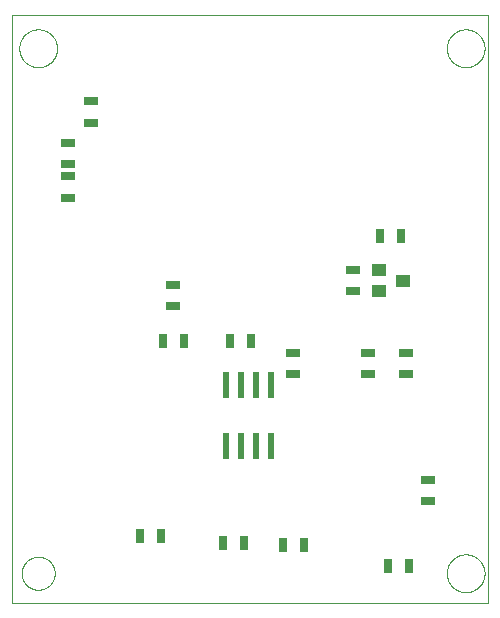
<source format=gbp>
G75*
%MOIN*%
%OFA0B0*%
%FSLAX25Y25*%
%IPPOS*%
%LPD*%
%AMOC8*
5,1,8,0,0,1.08239X$1,22.5*
%
%ADD10C,0.00000*%
%ADD11R,0.03150X0.04724*%
%ADD12R,0.02362X0.08661*%
%ADD13R,0.04500X0.04000*%
%ADD14R,0.04724X0.03150*%
D10*
X0073845Y0002513D02*
X0073845Y0198723D01*
X0073845Y0198724D02*
X0073840Y0198731D01*
X0073837Y0198739D01*
X0073837Y0198747D01*
X0073840Y0198755D01*
X0073845Y0198762D01*
X0073845Y0198763D02*
X0232507Y0198763D01*
X0232507Y0198762D02*
X0232517Y0198761D01*
X0232527Y0198757D01*
X0232535Y0198751D01*
X0232541Y0198743D01*
X0232545Y0198733D01*
X0232546Y0198723D01*
X0232546Y0002513D01*
X0232595Y0002513D01*
X0232596Y0002513D02*
X0232589Y0002519D01*
X0232580Y0002524D01*
X0232571Y0002525D01*
X0232562Y0002524D01*
X0232553Y0002519D01*
X0232546Y0002513D01*
X0073845Y0002513D01*
X0077083Y0012513D02*
X0077085Y0012661D01*
X0077091Y0012809D01*
X0077101Y0012957D01*
X0077115Y0013104D01*
X0077133Y0013251D01*
X0077154Y0013397D01*
X0077180Y0013543D01*
X0077210Y0013688D01*
X0077243Y0013832D01*
X0077281Y0013975D01*
X0077322Y0014117D01*
X0077367Y0014258D01*
X0077415Y0014398D01*
X0077468Y0014537D01*
X0077524Y0014674D01*
X0077584Y0014809D01*
X0077647Y0014943D01*
X0077714Y0015075D01*
X0077785Y0015205D01*
X0077859Y0015333D01*
X0077936Y0015459D01*
X0078017Y0015583D01*
X0078101Y0015705D01*
X0078188Y0015824D01*
X0078279Y0015941D01*
X0078373Y0016056D01*
X0078469Y0016168D01*
X0078569Y0016278D01*
X0078671Y0016384D01*
X0078777Y0016488D01*
X0078885Y0016589D01*
X0078996Y0016687D01*
X0079109Y0016783D01*
X0079225Y0016875D01*
X0079343Y0016964D01*
X0079464Y0017049D01*
X0079587Y0017132D01*
X0079712Y0017211D01*
X0079839Y0017287D01*
X0079968Y0017359D01*
X0080099Y0017428D01*
X0080232Y0017493D01*
X0080367Y0017554D01*
X0080503Y0017612D01*
X0080640Y0017667D01*
X0080779Y0017717D01*
X0080920Y0017764D01*
X0081061Y0017807D01*
X0081204Y0017847D01*
X0081348Y0017882D01*
X0081492Y0017914D01*
X0081638Y0017941D01*
X0081784Y0017965D01*
X0081931Y0017985D01*
X0082078Y0018001D01*
X0082225Y0018013D01*
X0082373Y0018021D01*
X0082521Y0018025D01*
X0082669Y0018025D01*
X0082817Y0018021D01*
X0082965Y0018013D01*
X0083112Y0018001D01*
X0083259Y0017985D01*
X0083406Y0017965D01*
X0083552Y0017941D01*
X0083698Y0017914D01*
X0083842Y0017882D01*
X0083986Y0017847D01*
X0084129Y0017807D01*
X0084270Y0017764D01*
X0084411Y0017717D01*
X0084550Y0017667D01*
X0084687Y0017612D01*
X0084823Y0017554D01*
X0084958Y0017493D01*
X0085091Y0017428D01*
X0085222Y0017359D01*
X0085351Y0017287D01*
X0085478Y0017211D01*
X0085603Y0017132D01*
X0085726Y0017049D01*
X0085847Y0016964D01*
X0085965Y0016875D01*
X0086081Y0016783D01*
X0086194Y0016687D01*
X0086305Y0016589D01*
X0086413Y0016488D01*
X0086519Y0016384D01*
X0086621Y0016278D01*
X0086721Y0016168D01*
X0086817Y0016056D01*
X0086911Y0015941D01*
X0087002Y0015824D01*
X0087089Y0015705D01*
X0087173Y0015583D01*
X0087254Y0015459D01*
X0087331Y0015333D01*
X0087405Y0015205D01*
X0087476Y0015075D01*
X0087543Y0014943D01*
X0087606Y0014809D01*
X0087666Y0014674D01*
X0087722Y0014537D01*
X0087775Y0014398D01*
X0087823Y0014258D01*
X0087868Y0014117D01*
X0087909Y0013975D01*
X0087947Y0013832D01*
X0087980Y0013688D01*
X0088010Y0013543D01*
X0088036Y0013397D01*
X0088057Y0013251D01*
X0088075Y0013104D01*
X0088089Y0012957D01*
X0088099Y0012809D01*
X0088105Y0012661D01*
X0088107Y0012513D01*
X0088105Y0012365D01*
X0088099Y0012217D01*
X0088089Y0012069D01*
X0088075Y0011922D01*
X0088057Y0011775D01*
X0088036Y0011629D01*
X0088010Y0011483D01*
X0087980Y0011338D01*
X0087947Y0011194D01*
X0087909Y0011051D01*
X0087868Y0010909D01*
X0087823Y0010768D01*
X0087775Y0010628D01*
X0087722Y0010489D01*
X0087666Y0010352D01*
X0087606Y0010217D01*
X0087543Y0010083D01*
X0087476Y0009951D01*
X0087405Y0009821D01*
X0087331Y0009693D01*
X0087254Y0009567D01*
X0087173Y0009443D01*
X0087089Y0009321D01*
X0087002Y0009202D01*
X0086911Y0009085D01*
X0086817Y0008970D01*
X0086721Y0008858D01*
X0086621Y0008748D01*
X0086519Y0008642D01*
X0086413Y0008538D01*
X0086305Y0008437D01*
X0086194Y0008339D01*
X0086081Y0008243D01*
X0085965Y0008151D01*
X0085847Y0008062D01*
X0085726Y0007977D01*
X0085603Y0007894D01*
X0085478Y0007815D01*
X0085351Y0007739D01*
X0085222Y0007667D01*
X0085091Y0007598D01*
X0084958Y0007533D01*
X0084823Y0007472D01*
X0084687Y0007414D01*
X0084550Y0007359D01*
X0084411Y0007309D01*
X0084270Y0007262D01*
X0084129Y0007219D01*
X0083986Y0007179D01*
X0083842Y0007144D01*
X0083698Y0007112D01*
X0083552Y0007085D01*
X0083406Y0007061D01*
X0083259Y0007041D01*
X0083112Y0007025D01*
X0082965Y0007013D01*
X0082817Y0007005D01*
X0082669Y0007001D01*
X0082521Y0007001D01*
X0082373Y0007005D01*
X0082225Y0007013D01*
X0082078Y0007025D01*
X0081931Y0007041D01*
X0081784Y0007061D01*
X0081638Y0007085D01*
X0081492Y0007112D01*
X0081348Y0007144D01*
X0081204Y0007179D01*
X0081061Y0007219D01*
X0080920Y0007262D01*
X0080779Y0007309D01*
X0080640Y0007359D01*
X0080503Y0007414D01*
X0080367Y0007472D01*
X0080232Y0007533D01*
X0080099Y0007598D01*
X0079968Y0007667D01*
X0079839Y0007739D01*
X0079712Y0007815D01*
X0079587Y0007894D01*
X0079464Y0007977D01*
X0079343Y0008062D01*
X0079225Y0008151D01*
X0079109Y0008243D01*
X0078996Y0008339D01*
X0078885Y0008437D01*
X0078777Y0008538D01*
X0078671Y0008642D01*
X0078569Y0008748D01*
X0078469Y0008858D01*
X0078373Y0008970D01*
X0078279Y0009085D01*
X0078188Y0009202D01*
X0078101Y0009321D01*
X0078017Y0009443D01*
X0077936Y0009567D01*
X0077859Y0009693D01*
X0077785Y0009821D01*
X0077714Y0009951D01*
X0077647Y0010083D01*
X0077584Y0010217D01*
X0077524Y0010352D01*
X0077468Y0010489D01*
X0077415Y0010628D01*
X0077367Y0010768D01*
X0077322Y0010909D01*
X0077281Y0011051D01*
X0077243Y0011194D01*
X0077210Y0011338D01*
X0077180Y0011483D01*
X0077154Y0011629D01*
X0077133Y0011775D01*
X0077115Y0011922D01*
X0077101Y0012069D01*
X0077091Y0012217D01*
X0077085Y0012365D01*
X0077083Y0012513D01*
X0218796Y0012513D02*
X0218798Y0012671D01*
X0218804Y0012829D01*
X0218814Y0012987D01*
X0218828Y0013145D01*
X0218846Y0013302D01*
X0218867Y0013459D01*
X0218893Y0013615D01*
X0218923Y0013771D01*
X0218956Y0013926D01*
X0218994Y0014079D01*
X0219035Y0014232D01*
X0219080Y0014384D01*
X0219129Y0014535D01*
X0219182Y0014684D01*
X0219238Y0014832D01*
X0219298Y0014978D01*
X0219362Y0015123D01*
X0219430Y0015266D01*
X0219501Y0015408D01*
X0219575Y0015548D01*
X0219653Y0015685D01*
X0219735Y0015821D01*
X0219819Y0015955D01*
X0219908Y0016086D01*
X0219999Y0016215D01*
X0220094Y0016342D01*
X0220191Y0016467D01*
X0220292Y0016589D01*
X0220396Y0016708D01*
X0220503Y0016825D01*
X0220613Y0016939D01*
X0220726Y0017050D01*
X0220841Y0017159D01*
X0220959Y0017264D01*
X0221080Y0017366D01*
X0221203Y0017466D01*
X0221329Y0017562D01*
X0221457Y0017655D01*
X0221587Y0017745D01*
X0221720Y0017831D01*
X0221855Y0017915D01*
X0221991Y0017994D01*
X0222130Y0018071D01*
X0222271Y0018143D01*
X0222413Y0018213D01*
X0222557Y0018278D01*
X0222703Y0018340D01*
X0222850Y0018398D01*
X0222999Y0018453D01*
X0223149Y0018504D01*
X0223300Y0018551D01*
X0223452Y0018594D01*
X0223605Y0018633D01*
X0223760Y0018669D01*
X0223915Y0018700D01*
X0224071Y0018728D01*
X0224227Y0018752D01*
X0224384Y0018772D01*
X0224542Y0018788D01*
X0224699Y0018800D01*
X0224858Y0018808D01*
X0225016Y0018812D01*
X0225174Y0018812D01*
X0225332Y0018808D01*
X0225491Y0018800D01*
X0225648Y0018788D01*
X0225806Y0018772D01*
X0225963Y0018752D01*
X0226119Y0018728D01*
X0226275Y0018700D01*
X0226430Y0018669D01*
X0226585Y0018633D01*
X0226738Y0018594D01*
X0226890Y0018551D01*
X0227041Y0018504D01*
X0227191Y0018453D01*
X0227340Y0018398D01*
X0227487Y0018340D01*
X0227633Y0018278D01*
X0227777Y0018213D01*
X0227919Y0018143D01*
X0228060Y0018071D01*
X0228199Y0017994D01*
X0228335Y0017915D01*
X0228470Y0017831D01*
X0228603Y0017745D01*
X0228733Y0017655D01*
X0228861Y0017562D01*
X0228987Y0017466D01*
X0229110Y0017366D01*
X0229231Y0017264D01*
X0229349Y0017159D01*
X0229464Y0017050D01*
X0229577Y0016939D01*
X0229687Y0016825D01*
X0229794Y0016708D01*
X0229898Y0016589D01*
X0229999Y0016467D01*
X0230096Y0016342D01*
X0230191Y0016215D01*
X0230282Y0016086D01*
X0230371Y0015955D01*
X0230455Y0015821D01*
X0230537Y0015685D01*
X0230615Y0015548D01*
X0230689Y0015408D01*
X0230760Y0015266D01*
X0230828Y0015123D01*
X0230892Y0014978D01*
X0230952Y0014832D01*
X0231008Y0014684D01*
X0231061Y0014535D01*
X0231110Y0014384D01*
X0231155Y0014232D01*
X0231196Y0014079D01*
X0231234Y0013926D01*
X0231267Y0013771D01*
X0231297Y0013615D01*
X0231323Y0013459D01*
X0231344Y0013302D01*
X0231362Y0013145D01*
X0231376Y0012987D01*
X0231386Y0012829D01*
X0231392Y0012671D01*
X0231394Y0012513D01*
X0231392Y0012355D01*
X0231386Y0012197D01*
X0231376Y0012039D01*
X0231362Y0011881D01*
X0231344Y0011724D01*
X0231323Y0011567D01*
X0231297Y0011411D01*
X0231267Y0011255D01*
X0231234Y0011100D01*
X0231196Y0010947D01*
X0231155Y0010794D01*
X0231110Y0010642D01*
X0231061Y0010491D01*
X0231008Y0010342D01*
X0230952Y0010194D01*
X0230892Y0010048D01*
X0230828Y0009903D01*
X0230760Y0009760D01*
X0230689Y0009618D01*
X0230615Y0009478D01*
X0230537Y0009341D01*
X0230455Y0009205D01*
X0230371Y0009071D01*
X0230282Y0008940D01*
X0230191Y0008811D01*
X0230096Y0008684D01*
X0229999Y0008559D01*
X0229898Y0008437D01*
X0229794Y0008318D01*
X0229687Y0008201D01*
X0229577Y0008087D01*
X0229464Y0007976D01*
X0229349Y0007867D01*
X0229231Y0007762D01*
X0229110Y0007660D01*
X0228987Y0007560D01*
X0228861Y0007464D01*
X0228733Y0007371D01*
X0228603Y0007281D01*
X0228470Y0007195D01*
X0228335Y0007111D01*
X0228199Y0007032D01*
X0228060Y0006955D01*
X0227919Y0006883D01*
X0227777Y0006813D01*
X0227633Y0006748D01*
X0227487Y0006686D01*
X0227340Y0006628D01*
X0227191Y0006573D01*
X0227041Y0006522D01*
X0226890Y0006475D01*
X0226738Y0006432D01*
X0226585Y0006393D01*
X0226430Y0006357D01*
X0226275Y0006326D01*
X0226119Y0006298D01*
X0225963Y0006274D01*
X0225806Y0006254D01*
X0225648Y0006238D01*
X0225491Y0006226D01*
X0225332Y0006218D01*
X0225174Y0006214D01*
X0225016Y0006214D01*
X0224858Y0006218D01*
X0224699Y0006226D01*
X0224542Y0006238D01*
X0224384Y0006254D01*
X0224227Y0006274D01*
X0224071Y0006298D01*
X0223915Y0006326D01*
X0223760Y0006357D01*
X0223605Y0006393D01*
X0223452Y0006432D01*
X0223300Y0006475D01*
X0223149Y0006522D01*
X0222999Y0006573D01*
X0222850Y0006628D01*
X0222703Y0006686D01*
X0222557Y0006748D01*
X0222413Y0006813D01*
X0222271Y0006883D01*
X0222130Y0006955D01*
X0221991Y0007032D01*
X0221855Y0007111D01*
X0221720Y0007195D01*
X0221587Y0007281D01*
X0221457Y0007371D01*
X0221329Y0007464D01*
X0221203Y0007560D01*
X0221080Y0007660D01*
X0220959Y0007762D01*
X0220841Y0007867D01*
X0220726Y0007976D01*
X0220613Y0008087D01*
X0220503Y0008201D01*
X0220396Y0008318D01*
X0220292Y0008437D01*
X0220191Y0008559D01*
X0220094Y0008684D01*
X0219999Y0008811D01*
X0219908Y0008940D01*
X0219819Y0009071D01*
X0219735Y0009205D01*
X0219653Y0009341D01*
X0219575Y0009478D01*
X0219501Y0009618D01*
X0219430Y0009760D01*
X0219362Y0009903D01*
X0219298Y0010048D01*
X0219238Y0010194D01*
X0219182Y0010342D01*
X0219129Y0010491D01*
X0219080Y0010642D01*
X0219035Y0010794D01*
X0218994Y0010947D01*
X0218956Y0011100D01*
X0218923Y0011255D01*
X0218893Y0011411D01*
X0218867Y0011567D01*
X0218846Y0011724D01*
X0218828Y0011881D01*
X0218814Y0012039D01*
X0218804Y0012197D01*
X0218798Y0012355D01*
X0218796Y0012513D01*
X0218796Y0187513D02*
X0218798Y0187671D01*
X0218804Y0187829D01*
X0218814Y0187987D01*
X0218828Y0188145D01*
X0218846Y0188302D01*
X0218867Y0188459D01*
X0218893Y0188615D01*
X0218923Y0188771D01*
X0218956Y0188926D01*
X0218994Y0189079D01*
X0219035Y0189232D01*
X0219080Y0189384D01*
X0219129Y0189535D01*
X0219182Y0189684D01*
X0219238Y0189832D01*
X0219298Y0189978D01*
X0219362Y0190123D01*
X0219430Y0190266D01*
X0219501Y0190408D01*
X0219575Y0190548D01*
X0219653Y0190685D01*
X0219735Y0190821D01*
X0219819Y0190955D01*
X0219908Y0191086D01*
X0219999Y0191215D01*
X0220094Y0191342D01*
X0220191Y0191467D01*
X0220292Y0191589D01*
X0220396Y0191708D01*
X0220503Y0191825D01*
X0220613Y0191939D01*
X0220726Y0192050D01*
X0220841Y0192159D01*
X0220959Y0192264D01*
X0221080Y0192366D01*
X0221203Y0192466D01*
X0221329Y0192562D01*
X0221457Y0192655D01*
X0221587Y0192745D01*
X0221720Y0192831D01*
X0221855Y0192915D01*
X0221991Y0192994D01*
X0222130Y0193071D01*
X0222271Y0193143D01*
X0222413Y0193213D01*
X0222557Y0193278D01*
X0222703Y0193340D01*
X0222850Y0193398D01*
X0222999Y0193453D01*
X0223149Y0193504D01*
X0223300Y0193551D01*
X0223452Y0193594D01*
X0223605Y0193633D01*
X0223760Y0193669D01*
X0223915Y0193700D01*
X0224071Y0193728D01*
X0224227Y0193752D01*
X0224384Y0193772D01*
X0224542Y0193788D01*
X0224699Y0193800D01*
X0224858Y0193808D01*
X0225016Y0193812D01*
X0225174Y0193812D01*
X0225332Y0193808D01*
X0225491Y0193800D01*
X0225648Y0193788D01*
X0225806Y0193772D01*
X0225963Y0193752D01*
X0226119Y0193728D01*
X0226275Y0193700D01*
X0226430Y0193669D01*
X0226585Y0193633D01*
X0226738Y0193594D01*
X0226890Y0193551D01*
X0227041Y0193504D01*
X0227191Y0193453D01*
X0227340Y0193398D01*
X0227487Y0193340D01*
X0227633Y0193278D01*
X0227777Y0193213D01*
X0227919Y0193143D01*
X0228060Y0193071D01*
X0228199Y0192994D01*
X0228335Y0192915D01*
X0228470Y0192831D01*
X0228603Y0192745D01*
X0228733Y0192655D01*
X0228861Y0192562D01*
X0228987Y0192466D01*
X0229110Y0192366D01*
X0229231Y0192264D01*
X0229349Y0192159D01*
X0229464Y0192050D01*
X0229577Y0191939D01*
X0229687Y0191825D01*
X0229794Y0191708D01*
X0229898Y0191589D01*
X0229999Y0191467D01*
X0230096Y0191342D01*
X0230191Y0191215D01*
X0230282Y0191086D01*
X0230371Y0190955D01*
X0230455Y0190821D01*
X0230537Y0190685D01*
X0230615Y0190548D01*
X0230689Y0190408D01*
X0230760Y0190266D01*
X0230828Y0190123D01*
X0230892Y0189978D01*
X0230952Y0189832D01*
X0231008Y0189684D01*
X0231061Y0189535D01*
X0231110Y0189384D01*
X0231155Y0189232D01*
X0231196Y0189079D01*
X0231234Y0188926D01*
X0231267Y0188771D01*
X0231297Y0188615D01*
X0231323Y0188459D01*
X0231344Y0188302D01*
X0231362Y0188145D01*
X0231376Y0187987D01*
X0231386Y0187829D01*
X0231392Y0187671D01*
X0231394Y0187513D01*
X0231392Y0187355D01*
X0231386Y0187197D01*
X0231376Y0187039D01*
X0231362Y0186881D01*
X0231344Y0186724D01*
X0231323Y0186567D01*
X0231297Y0186411D01*
X0231267Y0186255D01*
X0231234Y0186100D01*
X0231196Y0185947D01*
X0231155Y0185794D01*
X0231110Y0185642D01*
X0231061Y0185491D01*
X0231008Y0185342D01*
X0230952Y0185194D01*
X0230892Y0185048D01*
X0230828Y0184903D01*
X0230760Y0184760D01*
X0230689Y0184618D01*
X0230615Y0184478D01*
X0230537Y0184341D01*
X0230455Y0184205D01*
X0230371Y0184071D01*
X0230282Y0183940D01*
X0230191Y0183811D01*
X0230096Y0183684D01*
X0229999Y0183559D01*
X0229898Y0183437D01*
X0229794Y0183318D01*
X0229687Y0183201D01*
X0229577Y0183087D01*
X0229464Y0182976D01*
X0229349Y0182867D01*
X0229231Y0182762D01*
X0229110Y0182660D01*
X0228987Y0182560D01*
X0228861Y0182464D01*
X0228733Y0182371D01*
X0228603Y0182281D01*
X0228470Y0182195D01*
X0228335Y0182111D01*
X0228199Y0182032D01*
X0228060Y0181955D01*
X0227919Y0181883D01*
X0227777Y0181813D01*
X0227633Y0181748D01*
X0227487Y0181686D01*
X0227340Y0181628D01*
X0227191Y0181573D01*
X0227041Y0181522D01*
X0226890Y0181475D01*
X0226738Y0181432D01*
X0226585Y0181393D01*
X0226430Y0181357D01*
X0226275Y0181326D01*
X0226119Y0181298D01*
X0225963Y0181274D01*
X0225806Y0181254D01*
X0225648Y0181238D01*
X0225491Y0181226D01*
X0225332Y0181218D01*
X0225174Y0181214D01*
X0225016Y0181214D01*
X0224858Y0181218D01*
X0224699Y0181226D01*
X0224542Y0181238D01*
X0224384Y0181254D01*
X0224227Y0181274D01*
X0224071Y0181298D01*
X0223915Y0181326D01*
X0223760Y0181357D01*
X0223605Y0181393D01*
X0223452Y0181432D01*
X0223300Y0181475D01*
X0223149Y0181522D01*
X0222999Y0181573D01*
X0222850Y0181628D01*
X0222703Y0181686D01*
X0222557Y0181748D01*
X0222413Y0181813D01*
X0222271Y0181883D01*
X0222130Y0181955D01*
X0221991Y0182032D01*
X0221855Y0182111D01*
X0221720Y0182195D01*
X0221587Y0182281D01*
X0221457Y0182371D01*
X0221329Y0182464D01*
X0221203Y0182560D01*
X0221080Y0182660D01*
X0220959Y0182762D01*
X0220841Y0182867D01*
X0220726Y0182976D01*
X0220613Y0183087D01*
X0220503Y0183201D01*
X0220396Y0183318D01*
X0220292Y0183437D01*
X0220191Y0183559D01*
X0220094Y0183684D01*
X0219999Y0183811D01*
X0219908Y0183940D01*
X0219819Y0184071D01*
X0219735Y0184205D01*
X0219653Y0184341D01*
X0219575Y0184478D01*
X0219501Y0184618D01*
X0219430Y0184760D01*
X0219362Y0184903D01*
X0219298Y0185048D01*
X0219238Y0185194D01*
X0219182Y0185342D01*
X0219129Y0185491D01*
X0219080Y0185642D01*
X0219035Y0185794D01*
X0218994Y0185947D01*
X0218956Y0186100D01*
X0218923Y0186255D01*
X0218893Y0186411D01*
X0218867Y0186567D01*
X0218846Y0186724D01*
X0218828Y0186881D01*
X0218814Y0187039D01*
X0218804Y0187197D01*
X0218798Y0187355D01*
X0218796Y0187513D01*
X0076296Y0187513D02*
X0076298Y0187671D01*
X0076304Y0187829D01*
X0076314Y0187987D01*
X0076328Y0188145D01*
X0076346Y0188302D01*
X0076367Y0188459D01*
X0076393Y0188615D01*
X0076423Y0188771D01*
X0076456Y0188926D01*
X0076494Y0189079D01*
X0076535Y0189232D01*
X0076580Y0189384D01*
X0076629Y0189535D01*
X0076682Y0189684D01*
X0076738Y0189832D01*
X0076798Y0189978D01*
X0076862Y0190123D01*
X0076930Y0190266D01*
X0077001Y0190408D01*
X0077075Y0190548D01*
X0077153Y0190685D01*
X0077235Y0190821D01*
X0077319Y0190955D01*
X0077408Y0191086D01*
X0077499Y0191215D01*
X0077594Y0191342D01*
X0077691Y0191467D01*
X0077792Y0191589D01*
X0077896Y0191708D01*
X0078003Y0191825D01*
X0078113Y0191939D01*
X0078226Y0192050D01*
X0078341Y0192159D01*
X0078459Y0192264D01*
X0078580Y0192366D01*
X0078703Y0192466D01*
X0078829Y0192562D01*
X0078957Y0192655D01*
X0079087Y0192745D01*
X0079220Y0192831D01*
X0079355Y0192915D01*
X0079491Y0192994D01*
X0079630Y0193071D01*
X0079771Y0193143D01*
X0079913Y0193213D01*
X0080057Y0193278D01*
X0080203Y0193340D01*
X0080350Y0193398D01*
X0080499Y0193453D01*
X0080649Y0193504D01*
X0080800Y0193551D01*
X0080952Y0193594D01*
X0081105Y0193633D01*
X0081260Y0193669D01*
X0081415Y0193700D01*
X0081571Y0193728D01*
X0081727Y0193752D01*
X0081884Y0193772D01*
X0082042Y0193788D01*
X0082199Y0193800D01*
X0082358Y0193808D01*
X0082516Y0193812D01*
X0082674Y0193812D01*
X0082832Y0193808D01*
X0082991Y0193800D01*
X0083148Y0193788D01*
X0083306Y0193772D01*
X0083463Y0193752D01*
X0083619Y0193728D01*
X0083775Y0193700D01*
X0083930Y0193669D01*
X0084085Y0193633D01*
X0084238Y0193594D01*
X0084390Y0193551D01*
X0084541Y0193504D01*
X0084691Y0193453D01*
X0084840Y0193398D01*
X0084987Y0193340D01*
X0085133Y0193278D01*
X0085277Y0193213D01*
X0085419Y0193143D01*
X0085560Y0193071D01*
X0085699Y0192994D01*
X0085835Y0192915D01*
X0085970Y0192831D01*
X0086103Y0192745D01*
X0086233Y0192655D01*
X0086361Y0192562D01*
X0086487Y0192466D01*
X0086610Y0192366D01*
X0086731Y0192264D01*
X0086849Y0192159D01*
X0086964Y0192050D01*
X0087077Y0191939D01*
X0087187Y0191825D01*
X0087294Y0191708D01*
X0087398Y0191589D01*
X0087499Y0191467D01*
X0087596Y0191342D01*
X0087691Y0191215D01*
X0087782Y0191086D01*
X0087871Y0190955D01*
X0087955Y0190821D01*
X0088037Y0190685D01*
X0088115Y0190548D01*
X0088189Y0190408D01*
X0088260Y0190266D01*
X0088328Y0190123D01*
X0088392Y0189978D01*
X0088452Y0189832D01*
X0088508Y0189684D01*
X0088561Y0189535D01*
X0088610Y0189384D01*
X0088655Y0189232D01*
X0088696Y0189079D01*
X0088734Y0188926D01*
X0088767Y0188771D01*
X0088797Y0188615D01*
X0088823Y0188459D01*
X0088844Y0188302D01*
X0088862Y0188145D01*
X0088876Y0187987D01*
X0088886Y0187829D01*
X0088892Y0187671D01*
X0088894Y0187513D01*
X0088892Y0187355D01*
X0088886Y0187197D01*
X0088876Y0187039D01*
X0088862Y0186881D01*
X0088844Y0186724D01*
X0088823Y0186567D01*
X0088797Y0186411D01*
X0088767Y0186255D01*
X0088734Y0186100D01*
X0088696Y0185947D01*
X0088655Y0185794D01*
X0088610Y0185642D01*
X0088561Y0185491D01*
X0088508Y0185342D01*
X0088452Y0185194D01*
X0088392Y0185048D01*
X0088328Y0184903D01*
X0088260Y0184760D01*
X0088189Y0184618D01*
X0088115Y0184478D01*
X0088037Y0184341D01*
X0087955Y0184205D01*
X0087871Y0184071D01*
X0087782Y0183940D01*
X0087691Y0183811D01*
X0087596Y0183684D01*
X0087499Y0183559D01*
X0087398Y0183437D01*
X0087294Y0183318D01*
X0087187Y0183201D01*
X0087077Y0183087D01*
X0086964Y0182976D01*
X0086849Y0182867D01*
X0086731Y0182762D01*
X0086610Y0182660D01*
X0086487Y0182560D01*
X0086361Y0182464D01*
X0086233Y0182371D01*
X0086103Y0182281D01*
X0085970Y0182195D01*
X0085835Y0182111D01*
X0085699Y0182032D01*
X0085560Y0181955D01*
X0085419Y0181883D01*
X0085277Y0181813D01*
X0085133Y0181748D01*
X0084987Y0181686D01*
X0084840Y0181628D01*
X0084691Y0181573D01*
X0084541Y0181522D01*
X0084390Y0181475D01*
X0084238Y0181432D01*
X0084085Y0181393D01*
X0083930Y0181357D01*
X0083775Y0181326D01*
X0083619Y0181298D01*
X0083463Y0181274D01*
X0083306Y0181254D01*
X0083148Y0181238D01*
X0082991Y0181226D01*
X0082832Y0181218D01*
X0082674Y0181214D01*
X0082516Y0181214D01*
X0082358Y0181218D01*
X0082199Y0181226D01*
X0082042Y0181238D01*
X0081884Y0181254D01*
X0081727Y0181274D01*
X0081571Y0181298D01*
X0081415Y0181326D01*
X0081260Y0181357D01*
X0081105Y0181393D01*
X0080952Y0181432D01*
X0080800Y0181475D01*
X0080649Y0181522D01*
X0080499Y0181573D01*
X0080350Y0181628D01*
X0080203Y0181686D01*
X0080057Y0181748D01*
X0079913Y0181813D01*
X0079771Y0181883D01*
X0079630Y0181955D01*
X0079491Y0182032D01*
X0079355Y0182111D01*
X0079220Y0182195D01*
X0079087Y0182281D01*
X0078957Y0182371D01*
X0078829Y0182464D01*
X0078703Y0182560D01*
X0078580Y0182660D01*
X0078459Y0182762D01*
X0078341Y0182867D01*
X0078226Y0182976D01*
X0078113Y0183087D01*
X0078003Y0183201D01*
X0077896Y0183318D01*
X0077792Y0183437D01*
X0077691Y0183559D01*
X0077594Y0183684D01*
X0077499Y0183811D01*
X0077408Y0183940D01*
X0077319Y0184071D01*
X0077235Y0184205D01*
X0077153Y0184341D01*
X0077075Y0184478D01*
X0077001Y0184618D01*
X0076930Y0184760D01*
X0076862Y0184903D01*
X0076798Y0185048D01*
X0076738Y0185194D01*
X0076682Y0185342D01*
X0076629Y0185491D01*
X0076580Y0185642D01*
X0076535Y0185794D01*
X0076494Y0185947D01*
X0076456Y0186100D01*
X0076423Y0186255D01*
X0076393Y0186411D01*
X0076367Y0186567D01*
X0076346Y0186724D01*
X0076328Y0186881D01*
X0076314Y0187039D01*
X0076304Y0187197D01*
X0076298Y0187355D01*
X0076296Y0187513D01*
D11*
X0124052Y0090013D03*
X0131138Y0090013D03*
X0146552Y0090013D03*
X0153638Y0090013D03*
X0196552Y0125013D03*
X0203638Y0125013D03*
X0123638Y0025013D03*
X0116552Y0025013D03*
X0144052Y0022513D03*
X0151138Y0022513D03*
X0164052Y0021888D03*
X0171138Y0021888D03*
X0199052Y0015013D03*
X0206138Y0015013D03*
D12*
X0160095Y0054777D03*
X0155095Y0054777D03*
X0150095Y0054777D03*
X0145095Y0054777D03*
X0145095Y0075249D03*
X0150095Y0075249D03*
X0155095Y0075249D03*
X0160095Y0075249D03*
D13*
X0196095Y0106513D03*
X0196095Y0113513D03*
X0204095Y0110013D03*
D14*
X0187595Y0113556D03*
X0187595Y0106469D03*
X0192595Y0086056D03*
X0192595Y0078969D03*
X0205095Y0078969D03*
X0205095Y0086056D03*
X0167595Y0086056D03*
X0167595Y0078969D03*
X0127595Y0101469D03*
X0127595Y0108556D03*
X0092595Y0137719D03*
X0092595Y0144806D03*
X0092595Y0148969D03*
X0092595Y0156056D03*
X0100095Y0162719D03*
X0100095Y0169806D03*
X0212595Y0043556D03*
X0212595Y0036469D03*
M02*

</source>
